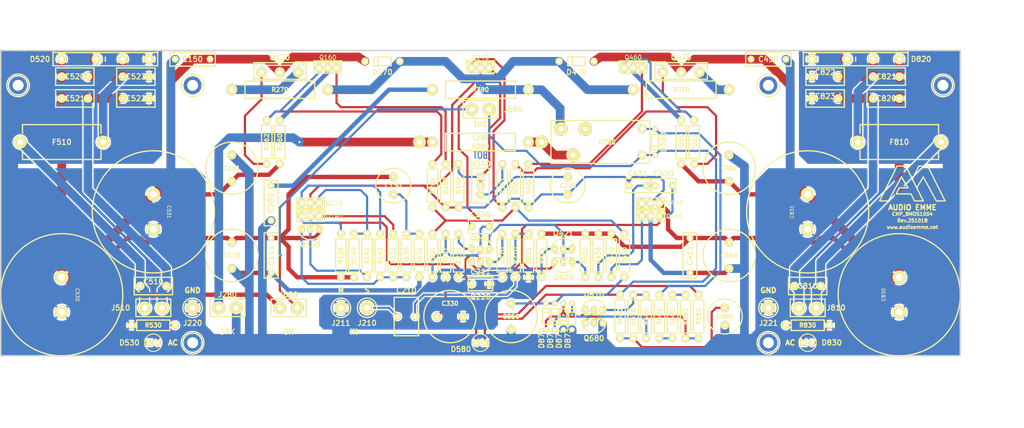
<source format=kicad_pcb>
(kicad_pcb (version 20221018) (generator pcbnew)
  (title_block (title "Amplificatore CMP_BMOS1004") (date "2 mar 2011") (rev "251006") (company "AUDIO EMME di Martinelli Michele"))
  (layers (0 "F.Cu" signal "Componente") (31 "B.Cu" signal "Rame") (34 "B.Paste" user) (35 "F.Paste" user) (36 "B.SilkS" user "B.Silkscreen") (37 "F.SilkS" user "F.Silkscreen") (38 "B.Mask" user) (39 "F.Mask" user) (44 "Edge.Cuts" user))
  (net 0 "")
  (net 1 "/Sheet01/+V")
  (net 2 "GND")
  (net 3 "Net-(C130-Pad2)")
  (net 4 "Net-(C210-Pad1)")
  (net 5 "Net-(C210-Pad2)")
  (net 6 "Net-(Q220-B)")
  (net 7 "/Sheet02/230")
  (net 8 "Net-(Q221-B)")
  (net 9 "/Sheet02/240")
  (net 10 "/Sheet02/340")
  (net 11 "Net-(C330-Pad1)")
  (net 12 "Net-(C380-Pad1)")
  (net 13 "/Sheet01/-V")
  (net 14 "Net-(C430-Pad1)")
  (net 15 "Net-(Q220-C)")
  (net 16 "Net-(J510-PM)")
  (net 17 "Net-(J510-P1)")
  (net 18 "Net-(C520-Pad1)")
  (net 19 "Net-(C660-Pad1)")
  (net 20 "Net-(J810-PM)")
  (net 21 "Net-(J810-P1)")
  (net 22 "Net-(C821-Pad2)")
  (net 23 "Net-(D870-K)")
  (net 24 "Net-(D280-A)")
  (net 25 "Net-(D280-K)")
  (net 26 "Net-(D530-K)")
  (net 27 "Net-(D580-K)")
  (net 28 "Net-(D830-A)")
  (net 29 "Net-(D870-A)")
  (net 30 "Net-(D871-K)")
  (net 31 "Net-(J280-P1)")
  (net 32 "Net-(J660-P1)")
  (net 34 "Net-(K280B-P)")
  (net 35 "Net-(Q120-E)")
  (net 36 "Net-(Q120-B)")
  (net 37 "Net-(Q120-C)")
  (net 38 "Net-(Q130-B)")
  (net 39 "Net-(Q130-C)")
  (net 40 "Net-(Q140-E)")
  (net 41 "Net-(Q140-B)")
  (net 42 "Net-(Q160-E)")
  (net 43 "Net-(Q160-B)")
  (net 44 "Net-(Q160-C)")
  (net 45 "Net-(Q170-PadD)")
  (net 46 "Net-(Q170-PadG)")
  (net 47 "Net-(Q220-E)")
  (net 48 "Net-(Q221-E)")
  (net 49 "Net-(Q221-C)")
  (net 50 "Net-(Q240-B)")
  (net 51 "Net-(Q420-E)")
  (net 52 "Net-(Q421-E)")
  (net 53 "Net-(Q440-E)")
  (net 54 "Net-(Q460-E)")
  (net 55 "Net-(Q460-B)")
  (net 56 "Net-(Q460-C)")
  (net 57 "Net-(Q470-PadD)")
  (net 58 "Net-(Q470-PadG)")
  (net 59 "Net-(Q680-B)")
  (net 60 "Net-(Q680-C)")
  (net 61 "Net-(Q870-C)")
  (net 62 "Net-(R340-Pad3)")
  (net 63 "Net-(R681-Pad1)")
  (net 64 "Net-(R682-Pad1)")
  (footprint "AM_Semiconductors:BJT_TO92" (layer "F.Cu") (at 208.28 130.175 180)
    (fp_text reference "Q220")
    (fp_text value "MPSA56" hide)
  )
  (footprint "AM_Semiconductors:BJT_TO92" (layer "F.Cu") (at 208.28 126.365)
    (fp_text reference "Q221")
    (fp_text value "MPSA56" hide)
  )
  (footprint "AM_Library:RES_CMF" (layer "F.Cu") (at 214.63 128.27 90)
    (fp_text reference "R220")
    (fp_text value "100" hide)
  )
  (footprint "AM_Library:RES_CMF" (layer "F.Cu") (at 201.93 128.27 90)
    (fp_text reference "R221")
    (fp_text value "100" hide)
  )
  (footprint "AM_Library:BJT_TO126" (layer "F.Cu") (at 158.75 116.84)
    (fp_text reference "Q120")
    (fp_text value "KSA1220")
  )
  (footprint "AM_Library:RES_CMF" (layer "F.Cu") (at 167.64 128.27 90)
    (fp_text reference "R120")
    (fp_text value "150" hide)
  )
  (footprint "AM_Library:RES_CMF" (layer "F.Cu") (at 182.88 128.27 90)
    (fp_text reference "R121")
    (fp_text value "1K" hide)
  )
  (footprint "AM_Semiconductors:BJT_TO92" (layer "F.Cu") (at 158.75 120.65 180)
    (fp_text reference "Q130")
    (fp_text value "2N5401" hide)
  )
  (footprint "AM_Library:RES_CMF" (layer "F.Cu") (at 186.69 128.27 90)
    (fp_text reference "R130")
    (fp_text value "10K" hide)
  )
  (footprint "AM_Library:RES_CMF" (layer "F.Cu") (at 190.5 128.27 -90)
    (fp_text reference "R131")
    (fp_text value "10K" hide)
  )
  (footprint "AM_Library:RES_CMF" (layer "F.Cu") (at 238.76 128.27 90)
    (fp_text reference "R420")
    (fp_text value "100" hide)
  )
  (footprint "AM_Library:RES_CMF" (layer "F.Cu") (at 226.06 128.27 90)
    (fp_text reference "R421")
    (fp_text value "100" hide)
  )
  (footprint "AM_Semiconductors:BJT_TO92" (layer "F.Cu") (at 232.41 130.175 180)
    (fp_text reference "Q420")
    (fp_text value "2N5551" hide)
  )
  (footprint "AM_Semiconductors:BJT_TO92" (layer "F.Cu") (at 232.41 126.365)
    (fp_text reference "Q421")
    (fp_text value "2N5551" hide)
  )
  (footprint "AM_Library:RES_CMF" (layer "F.Cu") (at 179.07 128.27 -90)
    (fp_text reference "R142")
    (fp_text value "1K" hide)
  )
  (footprint "AM_Library:RES_CMF" (layer "F.Cu") (at 175.26 128.27 -90)
    (fp_text reference "R141")
    (fp_text value "1K" hide)
  )
  (footprint "AM_Library:BJT_TO126" (layer "F.Cu") (at 158.75 113.03 180)
    (fp_text reference "Q140")
    (fp_text value "KSA1220")
  )
  (footprint "AM_Library:RES_CMF" (layer "F.Cu") (at 171.45 128.27 90)
    (fp_text reference "R140")
    (fp_text value "100" hide)
  )
  (footprint "AM_Library:RES_CMF" (layer "F.Cu") (at 198.12 128.27 -90)
    (fp_text reference "R231")
    (fp_text value "3.32K" hide)
  )
  (footprint "AM_Capacitors:CAP_D16x25LS75" (layer "F.Cu") (at 199.39 146.05)
    (fp_text reference "C330")
    (fp_text value "UES1H221" hide)
  )
  (footprint "AM_Library:RES_CMF" (layer "F.Cu") (at 194.31 128.27 -90)
    (fp_text reference "R230")
    (fp_text value "47.5K" hide)
  )
  (footprint "AM_Library:BJT_TO126" (layer "F.Cu") (at 257.81 116.84)
    (fp_text reference "Q440")
    (fp_text value "KSC2690")
  )
  (footprint "AM_Library:BJT_TO126" (layer "F.Cu") (at 257.81 113.03 180)
    (fp_text reference "Q441")
    (fp_text value "KSC2690")
  )
  (footprint "AM_Library:RES_CMF" (layer "F.Cu") (at 246.38 128.27 90)
    (fp_text reference "R440")
    (fp_text value "1K" hide)
  )
  (footprint "AM_Capacitors:CAP_07x5LS05" (layer "F.Cu") (at 261.62 107.95)
    (fp_text reference "C430")
    (fp_text value "FKP2-220" hide)
  )
  (footprint "AM_Capacitors:CAP_07x5LS05" (layer "F.Cu") (at 254 107.95)
    (fp_text reference "C431")
    (fp_text value "FKP2-4700" hide)
  )
  (footprint "AM_Library:BJT_TO126" (layer "F.Cu") (at 208.28 73.66)
    (fp_text reference "Q240")
    (fp_text value "KSC2690")
  )
  (footprint "AM_Library:RES_CMF" (layer "F.Cu") (at 201.93 107.95 90)
    (fp_text reference "R240")
    (fp_text value "2.21K" hide)
  )
  (footprint "AM_Library:RES_CMF" (layer "F.Cu") (at 214.63 107.95 -90)
    (fp_text reference "R341")
    (fp_text value "100" hide)
  )
  (footprint "AM_Library:RES_3296W" (layer "F.Cu") (at 208.28 107.95)
    (fp_text reference "R340")
    (fp_text value "3296W-1-102LF" hide)
  )
  (footprint "AM_Library:RES_CMF" (layer "F.Cu") (at 222.25 128.27 -90)
    (fp_text reference "R211")
    (fp_text value "47.5K" hide)
  )
  (footprint "AM_Library:RES_CMF" (layer "F.Cu") (at 218.44 128.27 -90)
    (fp_text reference "R210")
    (fp_text value "3.32K" hide)
  )
  (footprint "AM_Capacitors:CAP_07x5LS05" (layer "F.Cu") (at 208.28 136.525)
    (fp_text reference "C211")
    (fp_text value "FKP2-47" hide)
  )
  (footprint "AM_Capacitors:CAP_07x11LS05" (layer "F.Cu") (at 186.69 146.05)
    (fp_text reference "C210")
    (fp_text value "MKS2-10/50" hide)
  )
  (footprint "AM_Library:RES_CMF" (layer "F.Cu") (at 113.03 148.59 180)
    (fp_text reference "R530")
    (fp_text value "2.21K" hide)
  )
  (footprint "AM_Semiconductors:LED5" (layer "F.Cu") (at 113.03 153.67)
    (fp_text reference "D530")
    (fp_text value "HLMP-CB13" hide)
  )
  (footprint "AM_Semiconductors:REC_GSIB5S" (layer "F.Cu") (at 99.06 71.12)
    (fp_text reference "D520")
    (fp_text value "GSIB2540" hide)
  )
  (footprint "AM_Capacitors:CAP_10x5LS75" (layer "F.Cu") (at 90.17 76.2 180)
    (fp_text reference "C520")
    (fp_text value "MKP10-.01/630" hide)
  )
  (footprint "AM_Capacitors:CAP_10x5LS75" (layer "F.Cu") (at 107.95 76.2)
    (fp_text reference "C523")
    (fp_text value "MKP10-.01/630" hide)
  )
  (footprint "AM_Capacitors:CAP_10x5LS75" (layer "F.Cu") (at 107.95 82.55 180)
    (fp_text reference "C522")
    (fp_text value "MKP10-.01/630" hide)
  )
  (footprint "AM_Capacitors:CAP_10x5LS75" (layer "F.Cu") (at 90.17 82.55)
    (fp_text reference "C521")
    (fp_text value "MKP10-.01/630" hide)
  )
  (footprint "AM_Semiconductors:LED5" (layer "F.Cu") (at 303.53 153.67)
    (fp_text reference "D830")
    (fp_text value "HLMP-CB13" hide)
  )
  (footprint "AM_Library:RES_CMF" (layer "F.Cu") (at 303.53 148.59 180)
    (fp_text reference "R830")
    (fp_text value "2.21K" hide)
  )
  (footprint "AM_Semiconductors:REC_GSIB5S" (layer "F.Cu") (at 317.5 71.12)
    (fp_text reference "D820")
    (fp_text value "GSIB2540" hide)
  )
  (footprint "AM_Capacitors:CAP_10x5LS75" (layer "F.Cu") (at 326.39 82.55)
    (fp_text reference "C820")
    (fp_text value "MKP10-.01/630" hide)
  )
  (footprint "AM_Capacitors:CAP_10x5LS75" (layer "F.Cu") (at 308.61 82.55 180)
    (fp_text reference "C823")
    (fp_text value "MKP10-.01/630" hide)
  )
  (footprint "AM_Capacitors:CAP_10x5LS75" (layer "F.Cu") (at 308.61 76.2)
    (fp_text reference "C822")
    (fp_text value "MKP10-.01/630" hide)
  )
  (footprint "AM_Capacitors:CAP_10x5LS75" (layer "F.Cu") (at 326.39 76.2 180)
    (fp_text reference "C821")
    (fp_text value "MKP10-.01/630" hide)
  )
  (footprint "AM_Library:CAP_D35x30LS10" (layer "F.Cu") (at 86.36 139.7 -90)
    (fp_text reference "C530")
    (fp_text value "SLPX682M063")
  )
  (footprint "AM_Library:CAP_D35x30LS10" (layer "F.Cu") (at 113.03 115.57 -90)
    (fp_text reference "C531")
    (fp_text value "SLPX682M063")
  )
  (footprint "AM_Library:CAP_D35x30LS10" (layer "F.Cu") (at 330.2 139.7 90)
    (fp_text reference "C830")
    (fp_text value "SLPX682M063")
  )
  (footprint "AM_Library:CAP_D35x30LS10" (layer "F.Cu") (at 303.53 115.57 90)
    (fp_text reference "C831")
    (fp_text value "SLPX682M063")
  )
  (footprint "AM_Accessory:FUS_520101" (layer "F.Cu") (at 86.36 95.25)
    (fp_text reference "F510")
    (fp_text value "05200101Z" hide)
  )
  (footprint "AM_Accessory:FUS_520101" (layer "F.Cu") (at 330.2 95.25 180)
    (fp_text reference "F810")
    (fp_text value "05200101Z" hide)
  )
  (footprint "AM_Capacitors:CAP_10x5LS75" (layer "F.Cu") (at 303.53 137.16)
    (fp_text reference "C810")
    (fp_text value "MKP10-.01/630" hide)
  )
  (footprint "AM_Capacitors:CAP_10x5LS75" (layer "F.Cu") (at 113.03 137.16)
    (fp_text reference "C510")
    (fp_text value "MKP10-.01/630" hide)
  )
  (footprint "AM_Accessory:CON_2x508" (layer "F.Cu") (at 303.53 143.51 180)
    (fp_text reference "J810")
    (fp_text value "CONN_2" hide)
  )
  (footprint "AM_Accessory:CON_2x508" (layer "F.Cu") (at 113.03 143.51 180)
    (fp_text reference "J510")
    (fp_text value "CONN_2" hide)
  )
  (footprint "AM_Capacitors:CAP_D10x15LS05" (layer "F.Cu") (at 182.88 107.95 -90)
    (fp_text reference "C130")
    (fp_text value "UKZ1H470" hide)
  )
  (footprint "AM_Capacitors:CAP_D10x15LS05" (layer "F.Cu") (at 233.68 107.95 -90)
    (fp_text reference "C240")
    (fp_text value "UKZ1H470" hide)
  )
  (footprint "AM_Capacitors:CAP_07x5LS05" (layer "F.Cu") (at 208.28 119.888)
    (fp_text reference "C230")
    (fp_text value "PREVISTO" hide)
  )
  (footprint "AM_Capacitors:CAP_D16x25LS75" (layer "F.Cu") (at 135.89 128.27 -90)
    (fp_text reference "C110")
    (fp_text value "UKZ1H221" hide)
  )
  (footprint "AM_Capacitors:CAP_13x4LS10" (layer "F.Cu") (at 147.32 128.27 -90)
    (fp_text reference "C111")
    (fp_text value "MKS4-.1/250" hide)
  )
  (footprint "AM_Capacitors:CAP_13x4LS10" (layer "F.Cu") (at 269.24 128.27 90)
    (fp_text reference "C411")
    (fp_text value "MKS4-.1/250" hide)
  )
  (footprint "AM_Capacitors:CAP_D16x25LS75" (layer "F.Cu") (at 280.67 128.27 90)
    (fp_text reference "C410")
    (fp_text value "UKZ1H221" hide)
  )
  (footprint "AM_Accessory:CON_1A" (layer "F.Cu") (at 167.64 143.51)
    (fp_text reference "J211")
    (fp_text value "CONN_1" hide)
  )
  (footprint "AM_Accessory:CON_1A" (layer "F.Cu") (at 175.26 143.51)
    (fp_text reference "J210")
    (fp_text value "CONN_1" hide)
  )
  (footprint "AM_Library:RES_CMF" (layer "F.Cu") (at 242.57 128.27 90)
    (fp_text reference "R430")
    (fp_text value "47.5K" hide)
  )
  (footprint "AM_Library:RES_CMF" (layer "F.Cu") (at 198.12 107.95 -90)
    (fp_text reference "R150")
    (fp_text value "100" hide)
  )
  (footprint "AM_Library:RES_CMF" (layer "F.Cu") (at 222.25 107.95 -90)
    (fp_text reference "R450")
    (fp_text value "100" hide)
  )
  (footprint "AM_Library:BJT_TO126" (layer "F.Cu") (at 163.83 73.66)
    (fp_text reference "Q160")
    (fp_text value "KSC2690")
  )
  (footprint "AM_Library:BJT_TO126" (layer "F.Cu") (at 252.73 73.66)
    (fp_text reference "Q460")
    (fp_text value "KSA1220")
  )
  (footprint "AM_Library:RES_CMF" (layer "F.Cu") (at 194.31 107.95 -90)
    (fp_text reference "R261")
    (fp_text value "10" hide)
  )
  (footprint "AM_Library:RES_CMF" (layer "F.Cu") (at 218.44 107.95 90)
    (fp_text reference "R361")
    (fp_text value "10" hide)
  )
  (footprint "AM_Library:RES_CPF" (layer "F.Cu") (at 149.86 80.01)
    (fp_text reference "R270")
    (fp_text value "0.15" hide)
  )
  (footprint "AM_Library:RES_CPF" (layer "F.Cu") (at 266.7 80.01)
    (fp_text reference "R370")
    (fp_text value "0.15" hide)
  )
  (footprint "AM_Library:RES_CPF" (layer "F.Cu") (at 208.28 80.01 180)
    (fp_text reference "R380")
    (fp_text value "8.2" hide)
  )
  (footprint "AM_Capacitors:CAP_13x4LS10" (layer "F.Cu") (at 147.32 113.03 -90)
    (fp_text reference "C380")
    (fp_text value "MKS4-.1/250" hide)
  )
  (footprint "AM_Library:RES_CPF" (layer "F.Cu") (at 208.28 95.25)
    (fp_text reference "R280")
    (fp_text value "8.2" hide)
  )
  (footprint "AM_Inductances:IND_100" (layer "F.Cu") (at 208.28 95.25)
    (fp_text reference "L280")
    (fp_text value "0,4uH" hide)
  )
  (footprint "AM_Accessory:CON_2x508" (layer "F.Cu") (at 134.62 143.51)
    (fp_text reference "J280")
    (fp_text value "CONN_2" hide)
  )
  (footprint "AM_Capacitors:CAP_13x4LS10" (layer "F.Cu") (at 124.46 71.12 180)
    (fp_text reference "C150")
    (fp_text value "MKS4-.1/250" hide)
  )
  (footprint "AM_Capacitors:CAP_13x4LS10" (layer "F.Cu") (at 292.1 71.12 180)
    (fp_text reference "C450")
    (fp_text value "MKS4-.1/250" hide)
  )
  (footprint "AM_Semiconductors:REC_DO41" (layer "F.Cu") (at 179.705 71.755 180)
    (fp_text reference "D170")
    (fp_text value "1N4007" hide)
  )
  (footprint "AM_Semiconductors:REC_DO41" (layer "F.Cu") (at 236.22 71.755 180)
    (fp_text reference "D470")
    (fp_text value "1N4007" hide)
  )
  (footprint "AM_Accessory:CON_2x508" (layer "F.Cu") (at 208.28 85.725)
    (fp_text reference "J660")
    (fp_text value "CONN_2" hide)
  )
  (footprint "AM_Library:RES_CMF" (layer "F.Cu") (at 260.35 146.05 90)
    (fp_text reference "R681")
    (fp_text value "475" hide)
  )
  (footprint "AM_Library:RES_CMF" (layer "F.Cu") (at 264.16 146.05 -90)
    (fp_text reference "R682")
    (fp_text value "475" hide)
  )
  (footprint "AM_Library:RES_CMF" (layer "F.Cu") (at 267.97 146.05 90)
    (fp_text reference "R683")
    (fp_text value "475" hide)
  )
  (footprint "AM_Semiconductors:BJT_TO92" (layer "F.Cu") (at 241.3 147.955 180)
    (fp_text reference "Q680")
    (fp_text value "2N5551" hide)
  )
  (footprint "AM_Library:RES_CMF" (layer "F.Cu") (at 256.54 146.05 90)
    (fp_text reference "R680")
    (fp_text value "1K" hide)
  )
  (footprint "AM_Library:RES_CMF" (layer "F.Cu") (at 252.73 146.05 -90)
    (fp_text reference "R670")
    (fp_text value "10K" hide)
  )
  (footprint "AM_Library:RES_CMF" (layer "F.Cu") (at 248.92 146.05 90)
    (fp_text reference "R660")
    (fp_text value "100K" hide)
  )
  (footprint "AM_Capacitors:CAP_D10x15LS05" (layer "F.Cu") (at 279.4 146.05 -90)
    (fp_text reference "C660")
    (fp_text value "UVR1J221" hide)
  )
  (footprint "AM_Library:RES_CMF" (layer "F.Cu") (at 271.78 146.05 90)
    (fp_text reference "R580")
    (fp_text value "2.21k" hide)
  )
  (footprint "AM_Semiconductors:LED5" (layer "F.Cu") (at 208.28 153.67 180)
    (fp_text reference "D580")
    (fp_text value "HLMP-CB13" hide)
  )
  (footprint "AM_Library:RES_CMF" (layer "F.Cu") (at 250.19 128.27 90)
    (fp_text reference "R650")
    (fp_text value "10K" hide)
  )
  (footprint "AM_Capacitors:CAP_D16x25LS75" (layer "F.Cu") (at 217.17 146.05 -90)
    (fp_text reference "C850")
    (fp_text value "UVP1J221" hide)
  )
  (footprint "AM_Semiconductors:REC_DO35" (layer "F.Cu") (at 227.33 146.05 90)
    (fp_text reference "D870")
    (fp_text value "1N4148" hide)
  )
  (footprint "AM_Semiconductors:REC_DO35" (layer "F.Cu") (at 229.87 146.05 -90)
    (fp_text reference "D871")
    (fp_text value "1N4148" hide)
  )
  (footprint "AM_Semiconductors:REC_DO35" (layer "F.Cu") (at 232.41 146.05 -90)
    (fp_text reference "D872")
    (fp_text value "1N4148" hide)
  )
  (footprint "AM_Semiconductors:REC_DO35" (layer "F.Cu") (at 234.95 146.05 90)
    (fp_text reference "D873")
    (fp_text value "1N4148" hide)
  )
  (footprint "AM_Semiconductors:BJT_TO92" (layer "F.Cu") (at 241.3 144.145)
    (fp_text reference "Q870")
    (fp_text value "2N5551" hide)
  )
  (footprint "AM_Semiconductors:REC_DO35" (layer "F.Cu") (at 259.08 95.25 -90)
    (fp_text reference "D280")
    (fp_text value "1N4148" hide)
  )
  (footprint "AM_Accessory:Hole_32" (layer "F.Cu") (at 73.66 78.74)
    (fp_text reference "Hole_32" hide)
    (fp_text value "VAL**" hide)
  )
  (footprint "AM_Accessory:Hole_32" (layer "F.Cu") (at 124.46 78.74)
    (fp_text reference "Hole_32" hide)
    (fp_text value "VAL**" hide)
  )
  (footprint "AM_Accessory:Hole_32" (layer "F.Cu") (at 124.46 153.67)
    (fp_text reference "Hole_32" hide)
    (fp_text value "VAL**" hide)
  )
  (footprint "AM_Accessory:Hole_32" (layer "F.Cu") (at 292.1 78.74)
    (fp_text reference "Hole_32" hide)
    (fp_text value "VAL**" hide)
  )
  (footprint "AM_Accessory:Hole_32" (layer "F.Cu") (at 292.1 153.67)
    (fp_text reference "Hole_32" hide)
    (fp_text value "VAL**" hide)
  )
  (footprint "AM_Accessory:Hole_32" (layer "F.Cu") (at 342.9 78.74)
    (fp_text reference "Hole_32" hide)
    (fp_text value "VAL**" hide)
  )
  (footprint "AM_Accessory:AM_Logo" (layer "F.Cu") (at 334.01 112.395)
    (fp_text reference "AM_Logo" hide)
    (fp_text value "VAL**" hide)
  )
  (footprint "AM_Accessory:CON_2x508" (layer "F.Cu") (at 152.4 143.51)
    (fp_text reference "J680")
    (fp_text value "CONN_2" hide)
  )
  (footprint "AM_Capacitors:CAP_D16x25LS75" (layer "F.Cu") (at 280.67 102.87 -90)
    (fp_text reference "C451")
    (fp_text value "UKZ1H221" hide)
  )
  (footprint "AM_Library:RES_CMF" (layer "F.Cu") (at 149.86 95.25 90)
    (fp_text reference "R260")
    (fp_text value "100" hide)
  )
  (footprint "AM_Accessory:CON_1A" (layer "F.Cu") (at 124.46 143.51)
    (fp_text reference "J220")
    (fp_text value "CONN_1" hide)
  )
  (footprint "AM_Library:RES_CMF" (layer "F.Cu") (at 270.51 95.25 90)
    (fp_text reference "R362")
    (fp_text value "475" hide)
  )
  (footprint "AM_Relays:relay-RT-C%2fO12A3.5" (layer "F.Cu") (at 242.77828 95.21952 180)
    (fp_text reference "K280")
    (fp_text value "RT114024F" hide)
  )
  (footprint "AM_Capacitors:CAP_D16x25LS75" (layer "F.Cu") (at 135.89 102.87 90)
    (fp_text reference "C151")
    (fp_text value "UKZ1H221" hide)
  )
  (footprint "AM_Semiconductors:MOS_TO3P" (layer "F.Cu") (at 266.7 74.93)
    (fp_text reference "Q470")
    (fp_text value "2SK1058" hide)
  )
  (footprint "AM_Accessory:CON_1A" (layer "F.Cu") (at 292.1 143.51)
    (fp_text reference "J221")
    (fp_text value "CONN_1" hide)
  )
  (footprint "AM_Library:RES_CMF" (layer "F.Cu") (at 146.05 95.25 90)
    (fp_text reference "R262")
    (fp_text value "475" hide)
  )
  (footprint "AM_Library:RES_CMF" (layer "F.Cu") (at 266.7 95.25 -90)
    (fp_text reference "R360")
    (fp_text value "100" hide)
  )
  (footprint "AM_Semiconductors:MOS_TO3P" (layer "F.Cu") (at 149.86 74.93)
    (fp_text reference "Q170")
    (fp_text value "2SJ162" hide)
  )
  (gr_line (start 347.98 68.58) (end 347.98 157.48) (stroke (width 0.381)) (layer "Edge.Cuts"))
  (gr_line (start 68.58 157.48) (end 68.58 68.58) (stroke (width 0.381)) (layer "Edge.Cuts"))
  (gr_line (start 68.58 68.58) (end 347.98 68.58) (stroke (width 0.381)) (layer "Edge.Cuts"))
  (gr_line (start 347.98 157.48) (end 68.58 157.48) (stroke (width 0.381)) (layer "Edge.Cuts"))
  (gr_text "TOP" (at 86.36 151.13) (layer "F.Cu") (effects (font (size 2.032 1.524) (thickness 0.3048))))
  (gr_text "TOP" (at 330.2 151.13) (layer "F.Cu") (effects (font (size 2.032 1.524) (thickness 0.3048))))
  (gr_text "BOT" (at 208.28 99.06) (layer "B.Cu") (effects (font (size 2.032 1.524) (thickness 0.3048)) (justify mirror)))
  (gr_text "AC" (at 118.745 153.67) (layer "F.SilkS") (effects (font (size 1.50876 1.50876) (thickness 0.37592))))
  (gr_text "CMP_BMOS1004" (at 334.01 116.205) (layer "F.SilkS") (effects (font (size 1.00076 1.00076) (thickness 0.24892))))
  (gr_text "M" (at 167.64 138.43) (layer "F.SilkS") (effects (font (size 1.50876 1.50876) (thickness 0.37592))))
  (gr_text "www.audioemme.net" (at 334.01 120.015) (layer "F.SilkS") (effects (font (size 1.00076 1.00076) (thickness 0.24892))))
  (gr_text "AC" (at 298.45 153.67) (layer "F.SilkS") (effects (font (size 1.50876 1.50876) (thickness 0.37592))))
  (gr_text "S" (at 175.26 138.43) (layer "F.SilkS") (effects (font (size 1.50876 1.50876) (thickness 0.37592))))
  (gr_text "ON" (at 152.4 150.495) (layer "F.SilkS") (effects (font (size 1.50876 1.50876) (thickness 0.37592))))
  (gr_text "Rev.251018" (at 334.01 118.11) (layer "F.SilkS") (effects (font (size 1.00076 1.00076) (thickness 0.24892))))
  (gr_text "GND" (at 124.46 138.43) (layer "F.SilkS") (effects (font (size 1.50876 1.50876) (thickness 0.37592))))
  (gr_text "AUDIO EMME" (at 334.01 114.3) (layer "F.SilkS") (effects (font (size 1.50876 1.50876) (thickness 0.37592))))
  (gr_text "SPK" (at 134.62 150.495) (layer "F.SilkS") (effects (font (size 1.50876 1.50876) (thickness 0.301752) bold)))
  (gr_text "THR" (at 208.28 90.17) (layer "F.SilkS") (effects (font (size 1.50876 1.50876) (thickness 0.37592))))
  (gr_text "IN" (at 171.45 150.495) (layer "F.SilkS") (effects (font (size 1.50876 1.50876) (thickness 0.37592))))
  (gr_text "GND" (at 292.1 138.43) (layer "F.SilkS") (effects (font (size 1.50876 1.50876) (thickness 0.37592))))
  (segment (start 182.88 105.41) (end 157.48 105.41) (width 1.27) (layer "F.Cu") (net 1))
  (segment (start 160.02 123.19) (end 161.29 121.92) (width 1.27) (layer "F.Cu") (net 1))
  (segment (start 124.46 71.12) (end 118.11 77.47) (width 2.54) (layer "F.Cu") (net 1))
  (segment (start 152.4 125.73) (end 152.4 132.08) (width 1.27) (layer "F.Cu") (net 1))
  (segment (start 105.41 123.19) (end 93.98 134.62) (width 1.27) (layer "F.Cu") (net 1))
  (segment (start 129.54 71.12) (end 124.46 71.12) (width 2.54) (layer "F.Cu") (net 1))
  (segment (start 86.36 134.62) (end 86.36 82.55) (width 2.54) (layer "F.Cu") (net 1))
  (segment (start 158.75 123.19) (end 160.02 123.19) (width 1.27) (layer "F.Cu") (net 1))
  (segment (start 171.45 134.62) (end 167.64 134.62) (width 1.27) (layer "F.Cu") (net 1))
  (segment (start 118.11 77.47) (end 118.11 105.41) (width 2.54) (layer "F.Cu") (net 1))
  (segment (start 152.4 120.65) (end 149.86 123.19) (width 1.27) (layer "F.Cu") (net 1))
  (segment (start 152.4 110.49) (end 152.4 120.65) (width 1.27) (layer "F.Cu") (net 1))
  (segment (start 113.03 110.49) (end 132.08 110.49) (width 1.27) (layer "F.Cu") (net 1))
  (segment (start 135.89 124.46) (end 137.16 123.19) (width 1.27) (layer "F.Cu") (net 1))
  (segment (start 134.62 123.19) (end 116.84 123.19) (width 1.27) (layer "F.Cu") (net 1))
  (segment (start 146.685 104.775) (end 137.795 104.775) (width 1.27) (layer "F.Cu") (net 1))
  (segment (start 149.86 74.93) (end 146.05 71.12) (width 2.54) (layer "F.Cu") (net 1))
  (segment (start 172.72 70.485) (end 153.67 70.485) (width 2.54) (layer "F.Cu") (net 1))
  (segment (start 146.05 71.12) (end 129.54 71.12) (width 2.54) (layer "F.Cu") (net 1))
  (segment (start 118.11 105.41) (end 113.03 110.49) (width 2.54) (layer "F.Cu") (net 1))
  (segment (start 146.05 139.7) (end 149.86 143.51) (width 1.27) (layer "F.Cu") (net 1))
  (segment (start 149.86 101.6) (end 146.685 104.775) (width 1.27) (layer "F.Cu") (net 1))
  (segment (start 86.36 71.12) (end 86.36 76.2) (width 2.54) (layer "F.Cu") (net 1))
  (segment (start 132.08 110.49) (end 135.89 106.68) (width 1.27) (layer "F.Cu") (net 1))
  (segment (start 154.94 134.62) (end 152.4 132.08) (width 1.27) (layer "F.Cu") (net 1))
  (segment (start 105.41 153.67) (end 86.36 134.62) (width 0.635) (layer "F.Cu") (net 1))
  (segment (start 109.22 123.19) (end 110.49 124.46) (width 1.27) (layer "F.Cu") (net 1))
  (segment (start 137.795 104.775) (end 135.89 106.68) (width 1.27) (layer "F.Cu") (net 1))
  (segment (start 149.86 123.19) (end 154.94 123.19) (width 1.27) (layer "F.Cu") (net 1))
  (segment (start 157.48 105.41) (end 152.4 110.49) (width 1.27) (layer "F.Cu") (net 1))
  (segment (start 147.32 123.19) (end 149.86 123.19) (width 1.27) (layer "F.Cu") (net 1))
  (segment (start 110.49 124.46) (end 115.57 124.46) (width 1.27) (layer "F.Cu") (net 1))
  (segment (start 154.94 123.19) (end 158.75 123.19) (width 1.27) (layer "F.Cu") (net 1))
  (segment (start 149.86 123.19) (end 152.4 125.73) (width 1.27) (layer "F.Cu") (net 1))
  (segment (start 153.67 70.485) (end 149.86 74.93) (width 2.54) (layer "F.Cu") (net 1))
  (segment (start 154.94 134.62) (end 167.64 134.62) (width 1.27) (layer "F.Cu") (net 1))
  (segment (start 86.36 134.62) (end 88.9 134.62) (width 2.54) (layer "F.Cu") (net 1))
  (segment (start 88.9 134.62) (end 113.03 110.49) (width 2.54) (layer "F.Cu") (net 1))
  (segment (start 93.98 134.62) (end 99.06 139.7) (width 1.27) (layer "F.Cu") (net 1))
  (segment (start 115.57 124.46) (end 116.84 123.19) (width 1.27) (layer "F.Cu") (net 1))
  (segment (start 111.76 153.67) (end 105.41 153.67) (width 0.635) (layer "F.Cu") (net 1))
  (segment (start 109.22 123.19) (end 105.41 123.19) (width 1.27) (layer "F.Cu") (net 1))
  (segment (start 93.98 134.62) (end 86.36 134.62) (width 1.27) (layer "F.Cu") (net 1))
  (segment (start 161.29 121.92) (end 161.29 120.65) (width 1.27) (layer "F.Cu") (net 1))
  (segment (start 137.16 123.19) (end 147.32 123.19) (width 1.27) (layer "F.Cu") (net 1))
  (segment (start 135.89 124.46) (end 134.62 123.19) (width 1.27) (layer "F.Cu") (net 1))
  (segment (start 99.06 139.7) (end 146.05 139.7) (width 1.27) (layer "F.Cu") (net 1))
  (segment (start 172.72 70.485) (end 174.625 71.755) (width 2.54) (layer "F.Cu") (net 1))
  (segment (start 86.36 76.2) (end 86.36 82.55) (width 2.54) (layer "F.Cu") (net 1))
  (segment (start 269.24 133.35) (end 279.4 133.35) (width 1.27) (layer "F.Cu") (net 2))
  (segment (start 279.4 133.35) (end 280.67 132.08) (width 1.27) (layer "F.Cu") (net 2))
  (segment (start 137.16 133.35) (end 135.89 132.08) (width 1.27) (layer "F.Cu") (net 2))
  (segment (start 147.32 133.35) (end 137.16 133.35) (width 1.27) (layer "F.Cu") (net 2))
  (segment (start 280.67 99.06) (end 285.115 102.235) (width 2.54) (layer "B.Cu") (net 2))
  (segment (start 285.115 102.235) (end 285.115 132.08) (width 2.54) (layer "B.Cu") (net 2))
  (segment (start 297.18 71.12) (end 298.45 72.39) (width 2.54) (layer "B.Cu") (net 2))
  (segment (start 217.17 149.86) (end 217.17 152.4) (width 2.54) (layer "B.Cu") (net 2))
  (segment (start 190.5 134.62) (end 190.5 137.16) (width 1.27) (layer "B.Cu") (net 2))
  (segment (start 257.81 129.54) (end 261.62 133.35) (width 1.27) (layer "B.Cu") (net 2))
  (segment (start 137.16 143.51) (end 137.16 153.67) (width 2.54) (layer "B.Cu") (net 2))
  (segment (start 298.45 72.39) (end 298.45 105.41) (width 2.54) (layer "B.Cu") (net 2))
  (segment (start 135.89 132.08) (end 140.97 137.16) (width 2.54) (layer "B.Cu") (net 2))
  (segment (start 234.95 149.86) (end 234.95 152.4) (width 2.54) (layer "B.Cu") (net 2))
  (segment (start 144.78 120.65) (end 144.78 153.67) (width 2.54) (layer "B.Cu") (net 2))
  (segment (start 119.38 71.12) (end 118.11 72.39) (width 2.54) (layer "B.Cu") (net 2))
  (segment (start 261.62 133.35) (end 269.24 133.35) (width 1.27) (layer "B.Cu") (net 2))
  (segment (start 189.23 138.43) (end 152.4 138.43) (width 1.27) (layer "B.Cu") (net 2))
  (segment (start 140.97 137.16) (end 140.97 153.67) (width 2.54) (layer "B.Cu") (net 2))
  (segment (start 279.4 148.59) (end 279.4 153.67) (width 2.54) (layer "B.Cu") (net 2))
  (segment (start 232.41 149.86) (end 232.41 152.4) (width 2.54) (layer "B.Cu") (net 2))
  (segment (start 147.32 118.11) (end 144.78 120.65) (width 2.54) (layer "B.Cu") (net 2))
  (segment (start 285.115 132.08) (end 285.115 153.035) (width 2.54) (layer "B.Cu") (net 2))
  (segment (start 152.4 138.43) (end 147.32 133.35) (width 1.27) (layer "B.Cu") (net 2))
  (segment (start 118.11 72.39) (end 118.11 105.41) (width 2.54) (layer "B.Cu") (net 2))
  (segment (start 190.5 137.16) (end 189.23 138.43) (width 1.27) (layer "B.Cu") (net 2))
  (segment (start 257.81 116.84) (end 257.81 129.54) (width 1.27) (layer "B.Cu") (net 2))
  (segment (start 280.67 132.08) (end 285.115 132.08) (width 2.54) (layer "B.Cu") (net 2))
  (segment (start 243.84 147.955) (end 243.84 153.67) (width 2.54) (layer "B.Cu") (net 2))
  (segment (start 140.97 104.14) (end 135.89 99.06) (width 2.54) (layer "B.Cu") (net 2))
  (segment (start 140.97 137.16) (end 140.97 104.14) (width 2.54) (layer "B.Cu") (net 2))
  (segment (start 184.785 110.49) (end 186.69 112.395) (width 0.635) (layer "B.Cu") (net 3))
  (segment (start 186.69 112.395) (end 186.69 121.92) (width 0.635) (layer "B.Cu") (net 3))
  (segment (start 182.88 110.49) (end 184.785 110.49) (width 0.635) (layer "B.Cu") (net 3))
  (segment (start 186.69 121.92) (end 190.5 121.92) (width 0.635) (layer "B.Cu") (net 3))
  (segment (start 175.26 143.51) (end 181.61 143.51) (width 0.635) (layer "B.Cu") (net 4))
  (segment (start 181.61 143.51) (end 184.15 146.05) (width 0.635) (layer "B.Cu") (net 4))
  (segment (start 191.77 139.7) (end 215.9 139.7) (width 0.635) (layer "B.Cu") (net 5))
  (segment (start 189.23 146.05) (end 189.23 142.24) (width 0.635) (layer "B.Cu") (net 5))
  (segment (start 189.23 142.24) (end 191.77 139.7) (width 0.635) (layer "B.Cu") (net 5))
  (segment (start 218.44 137.16) (end 218.44 134.62) (width 0.635) (layer "B.Cu") (net 5))
  (segment (start 215.9 139.7) (end 218.44 137.16) (width 0.635) (layer "B.Cu") (net 5))
  (segment (start 203.835 129.54) (end 203.835 134.62) (width 0.635) (layer "F.Cu") (net 6))
  (segment (start 207.01 128.27) (end 205.105 128.27) (width 0.635) (layer "F.Cu") (net 6))
  (segment (start 208.28 129.54) (end 207.01 128.27) (width 0.635) (layer "F.Cu") (net 6))
  (segment (start 208.28 130.175) (end 208.28 129.54) (width 0.635) (layer "F.Cu") (net 6))
  (segment (start 205.105 128.27) (end 203.835 129.54) (width 0.635) (layer "F.Cu") (net 6))
  (segment (start 203.835 134.62) (end 205.74 136.525) (width 0.635) (layer "F.Cu") (net 6))
  (segment (start 218.44 130.81) (end 218.44 121.92) (width 0.635) (layer "B.Cu") (net 6))
  (segment (start 209.55 132.08) (end 217.17 132.08) (width 0.635) (layer "B.Cu") (net 6))
  (segment (start 208.28 130.81) (end 209.55 132.08) (width 0.635) (layer "B.Cu") (net 6))
  (segment (start 218.44 121.92) (end 222.25 121.92) (width 0.635) (layer "B.Cu") (net 6))
  (segment (start 217.17 132.08) (end 218.44 130.81) (width 0.635) (layer "B.Cu") (net 6))
  (segment (start 208.28 130.175) (end 208.28 130.81) (width 0.635) (layer "B.Cu") (net 6))
  (segment (start 194.31 114.3) (end 198.12 118.11) (width 0.635) (layer "F.Cu") (net 7))
  (segment (start 201.93 118.11) (end 198.12 118.11) (width 0.635) (layer "F.Cu") (net 7))
  (segment (start 204.47 82.55) (end 201.93 85.09) (width 0.635) (layer "F.Cu") (net 7))
  (segment (start 198.12 118.11) (end 194.31 121.92) (width 0.635) (layer "F.Cu") (net 7))
  (segment (start 208.28 118.11) (end 204.47 118.11) (width 0.635) (layer "F.Cu") (net 7))
  (segment (start 204.47 114.3) (end 204.47 99.695) (width 0.635) (layer "F.Cu") (net 7))
  (segment (start 208.28 118.11) (end 204.47 114.3) (width 0.635) (layer "F.Cu") (net 7))
  (segment (start 204.47 82.55) (end 208.28 78.74) (width 0.635) (layer "F.Cu") (net 7))
  (segment (start 201.93 85.09) (end 201.93 97.155) (width 0.635) (layer "F.Cu") (net 7))
  (segment (start 204.47 118.11) (end 201.93 118.11) (width 0.635) (layer "F.Cu") (net 7))
  (segment (start 201.93 97.155) (end 204.47 99.695) (width 0.635) (layer "F.Cu") (net 7))
  (segment (start 214.63 118.11) (end 218.44 114.3) (width 0.635) (layer "F.Cu") (net 7))
  (segment (start 208.28 118.11) (end 214.63 118.11) (width 0.635) (layer "F.Cu") (net 7))
  (segment (start 205.74 119.888) (end 204.47 118.11) (width 0.635) (layer "F.Cu") (net 7))
  (via (at 208.28 78.74) (size 1.143) (drill 0.3) (layers "F.Cu" "B.Cu") (net 7))
  (segment (start 209.55 80.01) (end 208.28 78.74) (width 2.54) (layer "B.Cu") (net 7))
  (segment (start 163.83 80.01) (end 176.53 80.01) (width 2.54) (layer "B.Cu") (net 7))
  (segment (start 250.19 121.92) (end 246.38 118.11) (width 0.635) (layer "B.Cu") (net 7))
  (segment (start 176.53 80.01) (end 184.785 71.755) (width 2.54) (layer "B.Cu") (net 7))
  (segment (start 231.4702 85.4202) (end 231.4702 91.47048) (width 2.54) (layer "B.Cu") (net 7))
  (segment (start 217.805 71.755) (end 231.14 71.755) (width 2.54) (layer "B.Cu") (net 7))
  (segment (start 208.28 78.74) (end 208.28 76.835) (width 2.54) (layer "B.Cu") (net 7))
  (segment (start 252.73 80.01) (end 239.395 80.01) (width 2.54) (layer "B.Cu") (net 7))
  (segment (start 222.25 80.01) (end 209.55 80.01) (width 2.54) (layer "B.Cu") (net 7))
  (segment (start 208.28 76.835) (end 213.36 76.835) (width 2.54) (layer "B.Cu") (net 7))
  (segment (start 213.36 76.835) (end 217.805 71.755) (width 2.54) (layer "B.Cu") (net 7))
  (segment (start 184.785 71.755) (end 198.12 71.755) (width 2.54) (layer "B.Cu") (net 7))
  (segment (start 222.25 118.11) (end 218.44 114.3) (width 0.635) (layer "B.Cu") (net 7))
  (segment (start 209.55 80.01) (end 226.06 80.01) (width 2.54) (layer "B.Cu") (net 7))
  (segment (start 239.395 80.01) (end 231.14 71.755) (width 2.54) (layer "B.Cu") (net 7))
  (segment (start 226.06 80.01) (end 231.4702 85.4202) (width 2.54) (layer "B.Cu") (net 7))
  (segment (start 203.2 76.835) (end 208.28 76.835) (width 2.54) (layer "B.Cu") (net 7))
  (segment (start 246.38 118.11) (end 222.25 118.11) (width 0.635) (layer "B.Cu") (net 7))
  (segment (start 208.28 78.74) (end 209.55 80.01) (width 2.54) (layer "B.Cu") (net 7))
  (segment (start 198.12 71.755) (end 203.2 76.835) (width 2.54) (layer "B.Cu") (net 7))
  (segment (start 210.82 119.888) (end 208.915 119.888) (width 0.635) (layer "B.Cu") (net 8))
  (segment (start 208.915 119.888) (end 208.28 120.65) (width 0.635) (layer "B.Cu") (net 8))
  (segment (start 198.12 127) (end 196.85 128.27) (width 0.635) (layer "B.Cu") (net 8))
  (segment (start 198.12 127) (end 198.12 121.92) (width 0.635) (layer "B.Cu") (net 8))
  (segment (start 207.01 128.27) (end 199.39 128.27) (width 0.635) (layer "B.Cu") (net 8))
  (segment (start 210.82 119.888) (end 210.82 120.015) (width 0.635) (layer "B.Cu") (net 8))
  (segment (start 208.28 122.555) (end 208.28 127) (width 0.635) (layer "B.Cu") (net 8))
  (segment (start 199.39 128.27) (end 198.12 127) (width 0.635) (layer "B.Cu") (net 8))
  (segment (start 208.28 127) (end 207.01 128.27) (width 0.635) (layer "B.Cu") (net 8))
  (segment (start 208.28 120.65) (end 208.28 126.365) (width 0.635) (layer "B.Cu") (net 8))
  (segment (start 208.28 126.365) (end 208.28 127) (width 0.635) (layer "B.Cu") (net 8))
  (segment (start 196.85 128.27) (end 195.58 128.27) (width 0.635) (layer "B.Cu") (net 8))
  (segment (start 198.12 127) (end 198.12 121.92) (width 0.635) (layer "B.Cu") (net 8))
  (segment (start 195.58 128.27) (end 194.31 129.54) (width 0.635) (layer "B.Cu") (net 8))
  (segment (start 194.31 129.54) (end 194.31 134.62) (width 0.635) (layer "B.Cu") (net 8))
  (segment (start 208.28 76.2) (end 208.28 73.66) (width 0.635) (layer "F.Cu") (net 9))
  (segment (start 201.93 114.3) (end 198.12 114.3) (width 0.635) (layer "F.Cu") (net 9))
  (segment (start 158.75 110.49) (end 161.29 107.95) (width 0.635) (layer "F.Cu") (net 9))
  (segment (start 200.025 103.505) (end 200.025 100.965) (width 0.635) (layer "F.Cu") (net 9))
  (segment (start 161.29 107.95) (end 195.58 107.95) (width 0.635) (layer "F.Cu") (net 9))
  (segment (start 158.75 113.03) (end 158.75 110.49) (width 0.635) (layer "F.Cu") (net 9))
  (segment (start 200.025 84.455) (end 200.025 100.965) (width 0.635) (layer "F.Cu") (net 9))
  (segment (start 208.28 76.2) (end 200.025 84.455) (width 0.635) (layer "F.Cu") (net 9))
  (segment (start 191.77 107.95) (end 198.12 114.3) (width 0.635) (layer "F.Cu") (net 9))
  (segment (start 200.025 100.965) (end 200.025 100.965) (width 0.635) (layer "F.Cu") (net 9))
  (segment (start 195.58 107.95) (end 200.025 103.505) (width 0.635) (layer "F.Cu") (net 9))
  (segment (start 218.44 105.41) (end 233.68 105.41) (width 0.635) (layer "B.Cu") (net 9))
  (segment (start 201.93 114.3) (end 209.55 114.3) (width 0.635) (layer "B.Cu") (net 9))
  (segment (start 209.55 114.3) (end 218.44 105.41) (width 0.635) (layer "B.Cu") (net 9))
  (segment (start 205.74 72.39) (end 207.01 71.12) (width 0.635) (layer "F.Cu") (net 10))
  (segment (start 212.09 99.695) (end 212.09 111.76) (width 0.635) (layer "F.Cu") (net 10))
  (segment (start 207.01 71.12) (end 212.09 71.12) (width 0.635) (layer "F.Cu") (net 10))
  (segment (start 215.265 74.295) (end 215.265 88.9) (width 0.635) (layer "F.Cu") (net 10))
  (segment (start 212.09 71.12) (end 213.36 72.39) (width 0.635) (layer "F.Cu") (net 10))
  (segment (start 205.74 72.39) (end 205.74 73.66) (width 0.635) (layer "F.Cu") (net 10))
  (segment (start 213.36 72.39) (end 215.265 74.295) (width 0.635) (layer "F.Cu") (net 10))
  (segment (start 212.09 92.075) (end 212.09 99.695) (width 0.635) (layer "F.Cu") (net 10))
  (segment (start 215.265 88.9) (end 212.09 92.075) (width 0.635) (layer "F.Cu") (net 10))
  (segment (start 214.63 114.3) (end 212.09 111.76) (width 0.635) (layer "F.Cu") (net 10))
  (segment (start 254 105.41) (end 252.73 105.41) (width 0.635) (layer "B.Cu") (net 10))
  (segment (start 251.46 106.68) (end 252.73 105.41) (width 0.635) (layer "B.Cu") (net 10))
  (segment (start 226.06 110.49) (end 233.68 110.49) (width 0.635) (layer "B.Cu") (net 10))
  (segment (start 214.63 114.3) (end 217.17 111.76) (width 0.635) (layer "B.Cu") (net 10))
  (segment (start 261.62 109.22) (end 260.35 110.49) (width 0.635) (layer "B.Cu") (net 10))
  (segment (start 222.25 114.3) (end 226.06 110.49) (width 0.635) (layer "B.Cu") (net 10))
  (segment (start 250.19 105.41) (end 238.76 105.41) (width 0.635) (layer "B.Cu") (net 10))
  (segment (start 254 105.41) (end 259.08 105.41) (width 0.635) (layer "B.Cu") (net 10))
  (segment (start 261.62 106.68) (end 261.62 109.22) (width 0.635) (layer "B.Cu") (net 10))
  (segment (start 260.35 105.41) (end 261.62 106.68) (width 0.635) (layer "B.Cu") (net 10))
  (segment (start 260.35 110.49) (end 257.81 113.03) (width 0.635) (layer "B.Cu") (net 10))
  (segment (start 251.46 106.68) (end 251.46 107.95) (width 0.635) (layer "B.Cu") (net 10))
  (segment (start 217.17 111.76) (end 219.71 111.76) (width 0.635) (layer "B.Cu") (net 10))
  (segment (start 250.19 105.41) (end 251.46 106.68) (width 0.635) (layer "B.Cu") (net 10))
  (segment (start 259.08 105.41) (end 260.35 105.41) (width 0.635) (layer "B.Cu") (net 10))
  (segment (start 219.71 111.76) (end 222.25 114.3) (width 0.635) (layer "B.Cu") (net 10))
  (segment (start 238.76 105.41) (end 233.68 110.49) (width 0.635) (layer "B.Cu") (net 10))
  (segment (start 198.12 143.51) (end 198.12 134.62) (width 0.635) (layer "F.Cu") (net 11))
  (segment (start 195.58 146.05) (end 198.12 143.51) (width 0.635) (layer "F.Cu") (net 11))
  (segment (start 181.61 80.01) (end 194.31 80.01) (width 1.27) (layer "B.Cu") (net 12))
  (segment (start 153.67 107.95) (end 181.61 80.01) (width 1.27) (layer "B.Cu") (net 12))
  (segment (start 147.32 107.95) (end 153.67 107.95) (width 1.27) (layer "B.Cu") (net 12))
  (segment (start 287.02 71.12) (end 290.83 71.12) (width 2.54) (layer "F.Cu") (net 13))
  (segment (start 330.2 71.12) (end 330.2 76.2) (width 2.54) (layer "F.Cu") (net 13))
  (segment (start 271.78 106.68) (end 280.67 106.68) (width 1.27) (layer "F.Cu") (net 13))
  (segment (start 238.76 121.92) (end 242.57 121.92) (width 1.27) (layer "F.Cu") (net 13))
  (segment (start 262.89 120.65) (end 262.89 115.57) (width 1.27) (layer "F.Cu") (net 13))
  (segment (start 311.15 123.19) (end 322.58 134.62) (width 1.27) (layer "F.Cu") (net 13))
  (segment (start 279.4 123.19) (end 269.24 123.19) (width 1.27) (layer "F.Cu") (net 13))
  (segment (start 300.99 124.46) (end 306.07 124.46) (width 1.27) (layer "F.Cu") (net 13))
  (segment (start 250.19 125.73) (end 266.7 125.73) (width 1.27) (layer "F.Cu") (net 13))
  (segment (start 262.89 115.57) (end 260.35 113.03) (width 1.27) (layer "F.Cu") (net 13))
  (segment (start 243.205 70.485) (end 262.89 70.485) (width 2.54) (layer "F.Cu") (net 13))
  (segment (start 281.94 123.19) (end 299.72 123.19) (width 1.27) (layer "F.Cu") (net 13))
  (segment (start 290.83 71.12) (end 298.45 78.74) (width 2.54) (layer "F.Cu") (net 13))
  (segment (start 241.3 71.755) (end 243.205 70.485) (width 2.54) (layer "F.Cu") (net 13))
  (segment (start 265.43 123.19) (end 262.89 120.65) (width 1.27) (layer "F.Cu") (net 13))
  (segment (start 287.02 71.12) (end 270.51 71.12) (width 2.54) (layer "F.Cu") (net 13))
  (segment (start 284.48 110.49) (end 280.67 106.68) (width 1.27) (layer "F.Cu") (net 13))
  (segment (start 304.8 153.67) (end 311.15 153.67) (width 0.635) (layer "F.Cu") (net 13))
  (segment (start 311.15 153.67) (end 330.2 134.62) (width 0.635) (layer "F.Cu") (net 13))
  (segment (start 280.67 124.46) (end 279.4 123.19) (width 1.27) (layer "F.Cu") (net 13))
  (segment (start 299.72 123.19) (end 300.99 124.46) (width 1.27) (layer "F.Cu") (net 13))
  (segment (start 298.45 78.74) (end 298.45 105.41) (width 2.54) (layer "F.Cu") (net 13))
  (segment (start 270.51 71.12) (end 266.7 74.93) (width 2.54) (layer "F.Cu") (net 13))
  (segment (start 322.58 134.62) (end 330.2 134.62) (width 1.27) (layer "F.Cu") (net 13))
  (segment (start 303.53 110.49) (end 284.48 110.49) (width 1.27) (layer "F.Cu") (net 13))
  (segment (start 306.07 124.46) (end 307.34 123.19) (width 1.27) (layer "F.Cu") (net 13))
  (segment (start 242.57 121.92) (end 246.38 121.92) (width 1.27) (layer "F.Cu") (net 13))
  (segment (start 269.24 123.19) (end 265.43 123.19) (width 1.27) (layer "F.Cu") (net 13))
  (segment (start 330.2 76.2) (end 330.2 82.55) (width 2.54) (layer "F.Cu") (net 13))
  (segment (start 298.45 105.41) (end 303.53 110.49) (width 2.54) (layer "F.Cu") (net 13))
  (segment (start 246.38 121.92) (end 250.19 125.73) (width 1.27) (layer "F.Cu") (net 13))
  (segment (start 226.06 121.92) (end 238.76 121.92) (width 1.27) (layer "F.Cu") (net 13))
  (segment (start 327.66 134.62) (end 303.53 110.49) (width 2.54) (layer "F.Cu") (net 13))
  (segment (start 266.7 101.6) (end 271.78 106.68) (width 1.27) (layer "F.Cu") (net 13))
  (segment (start 330.2 134.62) (end 327.66 134.62) (width 2.54) (layer "F.Cu") (net 13))
  (segment (start 307.34 123.19) (end 311.15 123.19) (width 1.27) (layer "F.Cu") (net 13))
  (segment (start 330.2 82.55) (end 330.2 134.62) (width 2.54) (layer "F.Cu") (net 13))
  (segment (start 262.89 70.485) (end 266.7 74.93) (width 2.54) (layer "F.Cu") (net 13))
  (segment (start 280.67 124.46) (end 281.94 123.19) (width 1.27) (layer "F.Cu") (net 13))
  (segment (start 266.7 125.73) (end 269.24 123.19) (width 1.27) (layer "F.Cu") (net 13))
  (segment (start 252.73 127) (end 252.73 110.49) (width 0.635) (layer "B.Cu") (net 14))
  (segment (start 251.46 128.27) (end 252.73 127) (width 0.635) (layer "B.Cu") (net 14))
  (segment (start 252.73 110.49) (end 252.73 109.22) (width 0.635) (layer "B.Cu") (net 14))
  (segment (start 242.57 134.62) (end 242.57 130.81) (width 0.635) (layer "B.Cu") (net 14))
  (segment (start 252.73 109.22) (end 254 107.95) (width 0.635) (layer "B.Cu") (net 14))
  (segment (start 254 107.95) (end 259.08 107.95) (width 0.635) (layer "B.Cu") (net 14))
  (segment (start 256.54 107.95) (end 259.08 107.95) (width 0.635) (layer "B.Cu") (net 14))
  (segment (start 242.57 130.81) (end 245.11 128.27) (width 0.635) (layer "B.Cu") (net 14))
  (segment (start 245.11 128.27) (end 251.46 128.27) (width 0.635) (layer "B.Cu") (net 14))
  (segment (start 229.87 130.81) (end 229.87 130.175) (width 0.635) (layer "F.Cu") (net 15))
  (segment (start 207.01 132.08) (end 218.44 132.08) (width 0.635) (layer "F.Cu") (net 15))
  (segment (start 220.345 120.65) (end 221.615 119.38) (width 0.635) (layer "F.Cu") (net 15))
  (segment (start 218.44 132.08) (end 220.345 130.175) (width 0.635) (layer "F.Cu") (net 15))
  (segment (start 220.345 130.175) (end 222.25 132.08) (width 0.635) (layer "F.Cu") (net 15))
  (segment (start 228.6 132.08) (end 229.87 130.81) (width 0.635) (layer "F.Cu") (net 15))
  (segment (start 221.615 119.38) (end 259.715 119.38) (width 0.635) (layer "F.Cu") (net 15))
  (segment (start 222.25 132.08) (end 228.6 132.08) (width 0.635) (layer "F.Cu") (net 15))
  (segment (start 260.35 118.745) (end 260.35 116.84) (width 0.635) (layer "F.Cu") (net 15))
  (segment (start 220.345 130.175) (end 220.345 120.65) (width 0.635) (layer "F.Cu") (net 15))
  (segment (start 205.74 130.81) (end 207.01 132.08) (width 0.635) (layer "F.Cu") (net 15))
  (segment (start 259.715 119.38) (end 260.35 118.745) (width 0.635) (layer "F.Cu") (net 15))
  (segment (start 205.74 130.175) (end 205.74 130.81) (width 0.635) (layer "F.Cu") (net 15))
  (segment (start 262.89 116.84) (end 260.35 116.84) (width 0.635) (layer "B.Cu") (net 15))
  (segment (start 264.16 115.57) (end 262.89 116.84) (width 0.635) (layer "B.Cu") (net 15))
  (segment (start 264.16 107.95) (end 264.16 115.57) (width 0.635) (layer "B.Cu") (net 15))
  (segment (start 110.49 143.51) (end 110.49 138.43) (width 2.54) (layer "B.Cu") (net 16))
  (segment (start 109.22 130.175) (end 74.295 95.25) (width 2.54) (layer "B.Cu") (net 16))
  (segment (start 110.49 138.43) (end 109.22 137.16) (width 2.54) (layer "B.Cu") (net 16))
  (segment (start 109.22 137.16) (end 109.22 130.175) (width 2.54) (layer "B.Cu") (net 16))
  (segment (start 104.14 82.55) (end 93.98 82.55) (width 2.54) (layer "F.Cu") (net 17))
  (segment (start 90.17 78.74) (end 90.17 73.66) (width 2.54) (layer "F.Cu") (net 17))
  (segment (start 92.71 71.12) (end 96.52 71.12) (width 2.54) (layer "F.Cu") (net 17))
  (segment (start 93.98 82.55) (end 90.17 78.74) (width 2.54) (layer "F.Cu") (net 17))
  (segment (start 90.17 73.66) (end 92.71 71.12) (width 2.54) (layer "F.Cu") (net 17))
  (segment (start 116.84 132.08) (end 93.98 109.22) (width 2.54) (layer "B.Cu") (net 17))
  (segment (start 115.57 143.51) (end 115.57 138.43) (width 2.54) (layer "B.Cu") (net 17))
  (segment (start 116.84 137.16) (end 116.84 132.08) (width 2.54) (layer "B.Cu") (net 17))
  (segment (start 93.98 109.22) (end 93.98 82.55) (width 2.54) (layer "B.Cu") (net 17))
  (segment (start 115.57 138.43) (end 116.84 137.16) (width 2.54) (layer "B.Cu") (net 17))
  (segment (start 104.14 76.2) (end 104.14 71.12) (width 2.54) (layer "F.Cu") (net 18))
  (segment (start 93.98 76.2) (end 104.14 76.2) (width 2.54) (layer "F.Cu") (net 18))
  (segment (start 98.425 95.25) (end 98.425 81.915) (width 2.54) (layer "B.Cu") (net 18))
  (segment (start 98.425 81.915) (end 104.14 76.2) (width 2.54) (layer "B.Cu") (net 18))
  (segment (start 275.59 153.67) (end 275.59 144.78) (width 0.635) (layer "F.Cu") (net 19))
  (segment (start 276.86 143.51) (end 279.4 143.51) (width 0.635) (layer "F.Cu") (net 19))
  (segment (start 274.32 154.94) (end 275.59 153.67) (width 0.635) (layer "F.Cu") (net 19))
  (segment (start 252.73 152.4) (end 255.27 154.94) (width 0.635) (layer "F.Cu") (net 19))
  (segment (start 255.27 154.94) (end 274.32 154.94) (width 0.635) (layer "F.Cu") (net 19))
  (segment (start 275.59 144.78) (end 276.86 143.51) (width 0.635) (layer "F.Cu") (net 19))
  (segment (start 248.92 152.4) (end 252.73 152.4) (width 0.635) (layer "B.Cu") (net 19))
  (segment (start 309.88 71.12) (end 308.61 72.39) (width 2.54) (layer "F.Cu") (net 20))
  (segment (start 314.96 71.12) (end 309.88 71.12) (width 2.54) (layer "F.Cu") (net 20))
  (segment (start 322.58 82.55) (end 312.42 82.55) (width 2.54) (layer "F.Cu") (net 20))
  (segment (start 308.61 78.74) (end 312.42 82.55) (width 2.54) (layer "F.Cu") (net 20))
  (segment (start 308.61 72.39) (end 308.61 78.74) (width 2.54) (layer "F.Cu") (net 20))
  (segment (start 300.99 143.51) (end 300.99 138.43) (width 2.54) (layer "B.Cu") (net 20))
  (segment (start 299.72 132.08) (end 322.58 109.22) (width 2.54) (layer "B.Cu") (net 20))
  (segment (start 299.72 137.16) (end 299.72 132.08) (width 2.54) (layer "B.Cu") (net 20))
  (segment (start 300.99 138.43) (end 299.72 137.16) (width 2.54) (layer "B.Cu") (net 20))
  (segment (start 322.58 109.22) (end 322.58 82.55) (width 2.54) (layer "B.Cu") (net 20))
  (segment (start 306.07 143.51) (end 306.07 138.43) (width 2.54) (layer "B.Cu") (net 21))
  (segment (start 306.07 138.43) (end 307.34 137.16) (width 2.54) (layer "B.Cu") (net 21))
  (segment (start 307.34 137.16) (end 307.34 130.175) (width 2.54) (layer "B.Cu") (net 21))
  (segment (start 307.34 130.175) (end 342.265 95.25) (width 2.54) (layer "B.Cu") (net 21))
  (segment (start 312.42 76.2) (end 322.58 76.2) (width 2.54) (layer "F.Cu") (net 22))
  (segment (start 322.58 76.2) (end 322.58 71.12) (width 2.54) (layer "F.Cu") (net 22))
  (segment (start 318.135 80.645) (end 322.58 76.2) (width 2.54) (layer "B.Cu") (net 22))
  (segment (start 318.135 95.25) (end 318.135 80.645) (width 2.54) (layer "B.Cu") (net 22))
  (segment (start 232.41 139.7) (end 229.87 142.24) (width 0.635) (layer "B.Cu") (net 23))
  (segment (start 245.11 139.7) (end 232.41 139.7) (width 0.635) (layer "B.Cu") (net 23))
  (segment (start 250.19 134.62) (end 245.11 139.7) (width 0.635) (layer "B.Cu") (net 23))
  (segment (start 227.33 142.24) (end 217.17 142.24) (width 0.635) (layer "B.Cu") (net 23))
  (segment (start 229.87 142.24) (end 227.33 142.24) (width 0.635) (layer "B.Cu") (net 23))
  (segment (start 260.35 139.7) (end 260.4135 139.7) (width 0.635) (layer "B.Cu") (net 24))
  (segment (start 271.78 92.71) (end 260.35 92.71) (width 0.635) (layer "B.Cu") (net 24))
  (segment (start 260.4135 139.7) (end 262.9535 137.16) (width 0.635) (layer "B.Cu") (net 24))
  (segment (start 255.37668 91.44) (end 255.1684 91.47048) (width 0.635) (layer "B.Cu") (net 24))
  (segment (start 259.08 91.44) (end 255.37668 91.44) (width 0.635) (layer "B.Cu") (net 24))
  (segment (start 273.685 137.16) (end 278.13 132.715) (width 0.635) (layer "B.Cu") (net 24))
  (segment (start 278.13 99.06) (end 271.78 92.71) (width 0.635) (layer "B.Cu") (net 24))
  (segment (start 278.13 132.715) (end 278.13 99.06) (width 0.635) (layer "B.Cu") (net 24))
  (segment (start 262.9535 137.16) (end 273.685 137.16) (width 0.635) (layer "B.Cu") (net 24))
  (segment (start 260.35 92.71) (end 259.08 91.44) (width 0.635) (layer "B.Cu") (net 24))
  (segment (start 220.345 146.685) (end 227.33 139.7) (width 0.635) (layer "F.Cu") (net 25))
  (segment (start 209.55 149.86) (end 212.725 146.685) (width 0.635) (layer "F.Cu") (net 25))
  (segment (start 209.55 153.67) (end 209.55 149.86) (width 0.635) (layer "F.Cu") (net 25))
  (segment (start 212.725 146.685) (end 220.345 146.685) (width 0.635) (layer "F.Cu") (net 25))
  (segment (start 227.33 139.7) (end 248.92 139.7) (width 0.635) (layer "F.Cu") (net 25))
  (segment (start 215.265 97.79) (end 221.615 97.79) (width 0.635) (layer "B.Cu") (net 25))
  (segment (start 259.04952 99.02952) (end 259.08 99.06) (width 0.635) (layer "B.Cu") (net 25))
  (segment (start 210.82 85.725) (end 210.82 93.345) (width 0.635) (layer "B.Cu") (net 25))
  (segment (start 255.1684 99.1616) (end 252.095 102.235) (width 0.635) (layer "B.Cu") (net 25))
  (segment (start 260.35 97.79) (end 259.08 99.06) (width 0.635) (layer "B.Cu") (net 25))
  (segment (start 210.82 93.345) (end 215.265 97.79) (width 0.635) (layer "B.Cu") (net 25))
  (segment (start 273.05 135.89) (end 276.86 132.08) (width 0.635) (layer "B.Cu") (net 25))
  (segment (start 274.32 97.79) (end 260.35 97.79) (width 0.635) (layer "B.Cu") (net 25))
  (segment (start 252.73 135.89) (end 273.05 135.89) (width 0.635) (layer "B.Cu") (net 25))
  (segment (start 248.92 139.7) (end 252.73 135.89) (width 0.635) (layer "B.Cu") (net 25))
  (segment (start 255.1684 99.02952) (end 255.1684 99.1616) (width 0.635) (layer "B.Cu") (net 25))
  (segment (start 226.06 102.235) (end 221.615 97.79) (width 0.635) (layer "B.Cu") (net 25))
  (segment (start 252.095 102.235) (end 226.06 102.235) (width 0.635) (layer "B.Cu") (net 25))
  (segment (start 255.1684 99.02952) (end 259.04952 99.02952) (width 0.635) (layer "B.Cu") (net 25))
  (segment (start 276.86 100.33) (end 274.32 97.79) (width 0.635) (layer "B.Cu") (net 25))
  (segment (start 276.86 132.08) (end 276.86 100.33) (width 0.635) (layer "B.Cu") (net 25))
  (segment (start 114.3 149.86) (end 114.3 153.67) (width 0.635) (layer "F.Cu") (net 26))
  (segment (start 119.38 148.59) (end 115.57 148.59) (width 0.635) (layer "F.Cu") (net 26))
  (segment (start 115.57 148.59) (end 114.3 149.86) (width 0.635) (layer "F.Cu") (net 26))
  (segment (start 207.01 153.67) (end 207.01 149.86) (width 0.635) (layer "F.Cu") (net 27))
  (segment (start 211.455 145.415) (end 219.075 145.415) (width 0.635) (layer "F.Cu") (net 27))
  (segment (start 219.075 145.415) (end 227.33 137.16) (width 0.635) (layer "F.Cu") (net 27))
  (segment (start 269.24 137.16) (end 271.78 139.7) (width 0.635) (layer "F.Cu") (net 27))
  (segment (start 227.33 137.16) (end 269.24 137.16) (width 0.635) (layer "F.Cu") (net 27))
  (segment (start 207.01 149.86) (end 211.455 145.415) (width 0.635) (layer "F.Cu") (net 27))
  (segment (start 302.26 149.86) (end 302.26 153.67) (width 0.635) (layer "F.Cu") (net 28))
  (segment (start 297.18 148.59) (end 300.99 148.59) (width 0.635) (layer "F.Cu") (net 28))
  (segment (start 300.99 148.59) (end 302.26 149.86) (width 0.635) (layer "F.Cu") (net 28))
  (segment (start 231.14 146.05) (end 232.41 144.78) (width 0.635) (layer "F.Cu") (net 29))
  (segment (start 232.41 144.78) (end 232.41 142.24) (width 0.635) (layer "F.Cu") (net 29))
  (segment (start 227.33 149.86) (end 227.33 147.32) (width 0.635) (layer "F.Cu") (net 29))
  (segment (start 237.49 146.05) (end 238.76 144.78) (width 0.635) (layer "F.Cu") (net 29))
  (segment (start 228.6 146.05) (end 231.14 146.05) (width 0.635) (layer "F.Cu") (net 29))
  (segment (start 232.41 144.78) (end 233.68 146.05) (width 0.635) (layer "F.Cu") (net 29))
  (segment (start 238.76 144.78) (end 238.76 144.145) (width 0.635) (layer "F.Cu") (net 29))
  (segment (start 227.33 147.32) (end 228.6 146.05) (width 0.635) (layer "F.Cu") (net 29))
  (segment (start 233.68 146.05) (end 237.49 146.05) (width 0.635) (layer "F.Cu") (net 29))
  (segment (start 241.3 144.78) (end 241.3 144.145) (width 0.635) (layer "B.Cu") (net 30))
  (segment (start 231.14 146.05) (end 229.87 147.32) (width 0.635) (layer "B.Cu") (net 30))
  (segment (start 229.87 147.32) (end 229.87 149.86) (width 0.635) (layer "B.Cu") (net 30))
  (segment (start 234.95 144.78) (end 236.22 146.05) (width 0.635) (layer "B.Cu") (net 30))
  (segment (start 233.68 146.05) (end 231.14 146.05) (width 0.635) (layer "B.Cu") (net 30))
  (segment (start 234.95 144.78) (end 233.68 146.05) (width 0.635) (layer "B.Cu") (net 30))
  (segment (start 240.03 146.05) (end 241.3 144.78) (width 0.635) (layer "B.Cu") (net 30))
  (segment (start 236.22 146.05) (end 240.03 146.05) (width 0.635) (layer "B.Cu") (net 30))
  (segment (start 234.95 144.78) (end 234.95 142.24) (width 0.635) (layer "B.Cu") (net 30))
  (segment (start 194.31 95.25) (end 190.5 95.25) (width 2.54) (layer "F.Cu") (net 31))
  (segment (start 190.5 95.25) (end 155.575 95.25) (width 2.54) (layer "F.Cu") (net 31))
  (via (at 155.575 95.25) (size 2.54) (drill 0.635) (layers "F.Cu" "B.Cu") (net 31))
  (via (at 155.575 95.25) (size 0.6) (drill 0.3) (layers "F.Cu" "B.Cu") (net 31))
  (via (at 155.575 95.25) (size 0.6) (drill 0.3) (layers "F.Cu" "B.Cu") (net 31))
  (segment (start 132.08 143.51) (end 132.08 97.155) (width 2.54) (layer "B.Cu") (net 31))
  (segment (start 153.67 93.98) (end 155.575 95.25) (width 2.54) (layer "B.Cu") (net 31))
  (segment (start 132.08 97.155) (end 135.255 93.98) (width 2.54) (layer "B.Cu") (net 31))
  (segment (start 135.255 93.98) (end 153.67 93.98) (width 2.54) (layer "B.Cu") (net 31))
  (segment (start 149.86 128.27) (end 149.86 138.43) (width 0.635) (layer "F.Cu") (net 32))
  (segment (start 149.86 138.43) (end 154.94 143.51) (width 0.635) (layer "F.Cu") (net 32))
  (via (at 149.86 128.27) (size 1.143) (drill 0.3) (layers "F.Cu" "B.Cu") (net 32))
  (segment (start 149.86 114.3) (end 149.86 128.27) (width 0.635) (layer "B.Cu") (net 32))
  (segment (start 178.435 85.725) (end 149.86 114.3) (width 0.635) (layer "B.Cu") (net 32))
  (segment (start 205.74 85.725) (end 178.435 85.725) (width 0.635) (layer "B.Cu") (net 32))
  (segment (start 235.01096 99.02952) (end 229.83952 99.02952) (width 2.54) (layer "F.Cu") (net 34))
  (segment (start 229.83952 99.02952) (end 226.06 95.25) (width 2.54) (layer "F.Cu") (net 34))
  (segment (start 226.06 95.25) (end 222.25 95.25) (width 2.54) (layer "F.Cu") (net 34))
  (segment (start 167.005 118.745) (end 167.64 119.38) (width 0.635) (layer "B.Cu") (net 35))
  (segment (start 167.64 119.38) (end 167.64 121.92) (width 0.635) (layer "B.Cu") (net 35))
  (segment (start 156.845 118.745) (end 167.005 118.745) (width 0.635) (layer "B.Cu") (net 35))
  (segment (start 156.21 116.84) (end 156.21 118.11) (width 0.635) (layer "B.Cu") (net 35))
  (segment (start 156.21 118.11) (end 156.845 118.745) (width 0.635) (layer "B.Cu") (net 35))
  (segment (start 161.29 116.84) (end 180.34 116.84) (width 0.635) (layer "F.Cu") (net 36))
  (segment (start 182.88 119.38) (end 182.88 121.92) (width 0.635) (layer "F.Cu") (net 36))
  (segment (start 180.34 116.84) (end 182.88 119.38) (width 0.635) (layer "F.Cu") (net 36))
  (segment (start 159.385 118.745) (end 179.705 118.745) (width 0.635) (layer "F.Cu") (net 37))
  (segment (start 182.245 130.81) (end 200.66 130.81) (width 0.635) (layer "F.Cu") (net 37))
  (segment (start 179.705 118.745) (end 180.975 120.015) (width 0.635) (layer "F.Cu") (net 37))
  (segment (start 201.93 132.08) (end 201.93 134.62) (width 0.635) (layer "F.Cu") (net 37))
  (segment (start 158.75 118.11) (end 159.385 118.745) (width 0.635) (layer "F.Cu") (net 37))
  (segment (start 180.975 120.015) (end 180.975 129.54) (width 0.635) (layer "F.Cu") (net 37))
  (segment (start 200.66 130.81) (end 201.93 132.08) (width 0.635) (layer "F.Cu") (net 37))
  (segment (start 180.975 129.54) (end 182.245 130.81) (width 0.635) (layer "F.Cu") (net 37))
  (segment (start 158.75 116.84) (end 158.75 118.11) (width 0.635) (layer "F.Cu") (net 37))
  (segment (start 201.93 134.62) (end 214.63 134.62) (width 0.635) (layer "B.Cu") (net 37))
  (segment (start 175.26 134.62) (end 173.355 132.715) (width 0.635) (layer "B.Cu") (net 38))
  (segment (start 158.75 130.81) (end 158.75 120.65) (width 0.635) (layer "B.Cu") (net 38))
  (segment (start 160.655 132.715) (end 158.75 130.81) (width 0.635) (layer "B.Cu") (net 38))
  (segment (start 173.355 132.715) (end 160.655 132.715) (width 0.635) (layer "B.Cu") (net 38))
  (segment (start 179.07 134.62) (end 177.165 136.525) (width 0.635) (layer "B.Cu") (net 39))
  (segment (start 156.21 134.62) (end 156.21 120.65) (width 0.635) (layer "B.Cu") (net 39))
  (segment (start 182.88 134.62) (end 179.07 134.62) (width 0.635) (layer "B.Cu") (net 39))
  (segment (start 158.115 136.525) (end 156.21 134.62) (width 0.635) (layer "B.Cu") (net 39))
  (segment (start 186.69 134.62) (end 182.88 134.62) (width 0.635) (layer "B.Cu") (net 39))
  (segment (start 177.165 136.525) (end 158.115 136.525) (width 0.635) (layer "B.Cu") (net 39))
  (segment (start 161.29 111.125) (end 161.29 113.03) (width 0.635) (layer "B.Cu") (net 40))
  (segment (start 173.355 109.22) (end 163.195 109.22) (width 0.635) (layer "B.Cu") (net 40))
  (segment (start 175.26 111.125) (end 173.355 109.22) (width 0.635) (layer "B.Cu") (net 40))
  (segment (start 175.26 121.92) (end 175.26 111.125) (width 0.635) (layer "B.Cu") (net 40))
  (segment (start 163.195 109.22) (end 161.29 111.125) (width 0.635) (layer "B.Cu") (net 40))
  (segment (start 171.45 121.92) (end 175.26 121.92) (width 0.635) (layer "B.Cu") (net 40))
  (segment (start 177.165 107.95) (end 179.07 109.855) (width 0.635) (layer "B.Cu") (net 41))
  (segment (start 156.21 113.03) (end 156.21 109.855) (width 0.635) (layer "B.Cu") (net 41))
  (segment (start 156.21 109.855) (end 158.115 107.95) (width 0.635) (layer "B.Cu") (net 41))
  (segment (start 179.07 109.855) (end 179.07 121.92) (width 0.635) (layer "B.Cu") (net 41))
  (segment (start 158.115 107.95) (end 177.165 107.95) (width 0.635) (layer "B.Cu") (net 41))
  (segment (start 195.58 86.36) (end 148.59 86.36) (width 0.635) (layer "F.Cu") (net 42))
  (segment (start 194.31 101.6) (end 196.85 98.777778) (width 0.635) (layer "F.Cu") (net 42))
  (segment (start 196.85 98.777778) (end 196.85 87.63) (width 0.635) (layer "F.Cu") (net 42))
  (segment (start 196.85 87.63) (end 195.58 86.36) (width 0.635) (layer "F.Cu") (net 42))
  (segment (start 148.59 86.36) (end 146.05 88.9) (width 0.635) (layer "F.Cu") (net 42))
  (segment (start 161.29 74.93) (end 149.86 86.36) (width 0.635) (layer "B.Cu") (net 42))
  (segment (start 161.29 73.66) (end 161.29 74.93) (width 0.635) (layer "B.Cu") (net 42))
  (segment (start 148.59 86.36) (end 146.05 88.9) (width 0.635) (layer "B.Cu") (net 42))
  (segment (start 149.86 86.36) (end 148.59 86.36) (width 0.635) (layer "B.Cu") (net 42))
  (segment (start 166.37 83.82) (end 167.64 85.09) (width 0.635) (layer "F.Cu") (net 43))
  (segment (start 198.12 86.36) (end 198.12 101.6) (width 0.635) (layer "F.Cu") (net 43))
  (segment (start 196.85 85.09) (end 198.12 86.36) (width 0.635) (layer "F.Cu") (net 43))
  (segment (start 167.64 85.09) (end 196.85 85.09) (width 0.635) (layer "F.Cu") (net 43))
  (segment (start 166.37 73.66) (end 166.37 83.82) (width 0.635) (layer "F.Cu") (net 43))
  (segment (start 163.83 74.93) (end 149.86 88.9) (width 1.27) (layer "B.Cu") (net 44))
  (segment (start 163.83 73.66) (end 163.83 74.93) (width 1.27) (layer "B.Cu") (net 44))
  (segment (start 135.89 80.01) (end 150.114 80.01) (width 2.54) (layer "B.Cu") (net 45))
  (segment (start 150.114 80.01) (end 155.194 74.93) (width 2.54) (layer "B.Cu") (net 45))
  (segment (start 144.526 82.804) (end 139.7 87.63) (width 0.635) (layer "F.Cu") (net 46))
  (segment (start 139.7 99.06) (end 142.24 101.6) (width 0.635) (layer "F.Cu") (net 46))
  (segment (start 144.526 74.93) (end 144.526 82.804) (width 0.635) (layer "F.Cu") (net 46))
  (segment (start 142.24 101.6) (end 146.05 101.6) (width 0.635) (layer "F.Cu") (net 46))
  (segment (start 139.7 87.63) (end 139.7 99.06) (width 0.635) (layer "F.Cu") (net 46))
  (segment (start 214.63 128.27) (end 214.63 121.92) (width 0.635) (layer "B.Cu") (net 47))
  (segment (start 212.725 130.175) (end 214.63 128.27) (width 0.635) (layer "B.Cu") (net 47))
  (segment (start 210.82 130.175) (end 212.725 130.175) (width 0.635) (layer "B.Cu") (net 47))
  (segment (start 201.93 124.46) (end 201.93 121.92) (width 0.635) (layer "B.Cu") (net 48))
  (segment (start 205.74 126.365) (end 203.835 126.365) (width 0.635) (layer "B.Cu") (net 48))
  (segment (start 203.835 126.365) (end 201.93 124.46) (width 0.635) (layer "B.Cu") (net 48))
  (segment (start 213.995 119.38) (end 210.82 122.555) (width 0.635) (layer "B.Cu") (net 49))
  (segment (start 232.41 126.365) (end 234.95 126.365) (width 0.635) (layer "B.Cu") (net 49))
  (segment (start 232.41 130.175) (end 232.41 126.365) (width 0.635) (layer "B.Cu") (net 49))
  (segment (start 232.41 121.92) (end 229.87 119.38) (width 0.635) (layer "B.Cu") (net 49))
  (segment (start 210.82 122.555) (end 210.82 126.365) (width 0.635) (layer "B.Cu") (net 49))
  (segment (start 232.41 126.365) (end 232.41 121.92) (width 0.635) (layer "B.Cu") (net 49))
  (segment (start 229.87 119.38) (end 213.995 119.38) (width 0.635) (layer "B.Cu") (net 49))
  (segment (start 210.82 102.87) (end 210.82 91.44) (width 0.635) (layer "F.Cu") (net 50))
  (segment (start 208.28 105.41) (end 210.82 102.87) (width 0.635) (layer "F.Cu") (net 50))
  (segment (start 213.995 88.265) (end 213.995 76.835) (width 0.635) (layer "F.Cu") (net 50))
  (segment (start 208.28 105.41) (end 208.28 107.95) (width 0.635) (layer "F.Cu") (net 50))
  (segment (start 210.82 91.44) (end 213.995 88.265) (width 0.635) (layer "F.Cu") (net 50))
  (segment (start 213.995 76.835) (end 210.82 73.66) (width 0.635) (layer "F.Cu") (net 50))
  (segment (start 208.28 105.41) (end 203.2 105.41) (width 0.635) (layer "B.Cu") (net 50))
  (segment (start 203.2 105.41) (end 201.93 104.14) (width 0.635) (layer "B.Cu") (net 50))
  (segment (start 201.93 104.14) (end 201.93 101.6) (width 0.635) (layer "B.Cu") (net 50))
  (segment (start 234.95 130.175) (end 236.855 130.175) (width 0.635) (layer "B.Cu") (net 51))
  (segment (start 238.76 132.08) (end 238.76 134.62) (width 0.635) (layer "B.Cu") (net 51))
  (segment (start 236.855 130.175) (end 238.76 132.08) (width 0.635) (layer "B.Cu") (net 51))
  (segment (start 226.06 134.62) (end 226.06 128.27) (width 0.635) (layer "B.Cu") (net 52))
  (segment (start 226.06 128.27) (end 227.965 126.365) (width 0.635) (layer "B.Cu") (net 52))
  (segment (start 227.965 126.365) (end 229.87 126.365) (width 0.635) (layer "B.Cu") (net 52))
  (segment (start 255.27 116.84) (end 255.27 129.54) (width 0.635) (layer "B.Cu") (net 53))
  (segment (start 254 130.81) (end 247.65 130.81) (width 0.635) (layer "B.Cu") (net 53))
  (segment (start 255.27 113.03) (end 255.27 116.84) (width 0.635) (layer "B.Cu") (net 53))
  (segment (start 246.38 132.08) (end 246.38 134.62) (width 0.635) (layer "B.Cu") (net 53))
  (segment (start 255.27 129.54) (end 254 130.81) (width 0.635) (layer "B.Cu") (net 53))
  (segment (start 247.65 130.81) (end 246.38 132.08) (width 0.635) (layer "B.Cu") (net 53))
  (segment (start 218.44 101.6) (end 220.98 104.14) (width 0.635) (layer "F.Cu") (net 54))
  (segment (start 224.79 102.87) (end 240.03 102.87) (width 0.635) (layer "F.Cu") (net 54))
  (segment (start 220.98 104.14) (end 223.52 104.14) (width 0.635) (layer "F.Cu") (net 54))
  (segment (start 267.97 86.36) (end 270.51 88.9) (width 0.635) (layer "F.Cu") (net 54))
  (segment (start 256.54 86.36) (end 267.97 86.36) (width 0.635) (layer "F.Cu") (net 54))
  (segment (start 223.52 104.14) (end 224.79 102.87) (width 0.635) (layer "F.Cu") (net 54))
  (segment (start 240.03 102.87) (end 256.54 86.36) (width 0.635) (layer "F.Cu") (net 54))
  (segment (start 257.81 77.47) (end 266.7 86.36) (width 0.635) (layer "B.Cu") (net 54))
  (segment (start 266.7 86.36) (end 267.97 86.36) (width 0.635) (layer "B.Cu") (net 54))
  (segment (start 256.54 71.12) (end 257.81 72.39) (width 0.635) (layer "B.Cu") (net 54))
  (segment (start 251.46 71.12) (end 256.54 71.12) (width 0.635) (layer "B.Cu") (net 54))
  (segment (start 250.19 72.39) (end 251.46 71.12) (width 0.635) (layer "B.Cu") (net 54))
  (segment (start 250.19 73.66) (end 250.19 72.39) (width 0.635) (layer "B.Cu") (net 54))
  (segment (start 267.97 86.36) (end 270.51 88.9) (width 0.635) (layer "B.Cu") (net 54))
  (segment (start 257.81 72.39) (end 257.81 77.47) (width 0.635) (layer "B.Cu") (net 54))
  (segment (start 255.27 86.36) (end 240.03 101.6) (width 0.635) (layer "F.Cu") (net 55))
  (segment (start 240.03 101.6) (end 222.25 101.6) (width 0.635) (layer "F.Cu") (net 55))
  (segment (start 255.27 73.66) (end 255.27 86.36) (width 0.635) (layer "F.Cu") (net 55))
  (segment (start 252.73 73.66) (end 252.73 74.93) (width 1.27) (layer "B.Cu") (net 56))
  (segment (start 252.73 74.93) (end 266.7 88.9) (width 1.27) (layer "B.Cu") (net 56))
  (segment (start 280.67 80.01) (end 277.114 80.01) (width 2.54) (layer "B.Cu") (net 57))
  (segment (start 277.114 80.01) (end 272.034 74.93) (width 2.54) (layer "B.Cu") (net 57))
  (segment (start 261.366 81.026) (end 265.43 85.09) (width 0.635) (layer "F.Cu") (net 58))
  (segment (start 265.43 85.09) (end 274.32 85.09) (width 0.635) (layer "F.Cu") (net 58))
  (segment (start 274.32 85.09) (end 276.86 87.63) (width 0.635) (layer "F.Cu") (net 58))
  (segment (start 261.366 74.93) (end 261.366 81.026) (width 0.635) (layer "F.Cu") (net 58))
  (segment (start 276.86 99.06) (end 274.32 101.6) (width 0.635) (layer "F.Cu") (net 58))
  (segment (start 274.32 101.6) (end 270.51 101.6) (width 0.635) (layer "F.Cu") (net 58))
  (segment (start 276.86 87.63) (end 276.86 99.06) (width 0.635) (layer "F.Cu") (net 58))
  (segment (start 241.3 147.32) (end 242.57 146.05) (width 0.635) (layer "B.Cu") (net 59))
  (segment (start 256.54 147.32) (end 256.54 152.4) (width 0.635) (layer "B.Cu") (net 59))
  (segment (start 241.3 147.955) (end 241.3 147.32) (width 0.635) (layer "B.Cu") (net 59))
  (segment (start 255.27 146.05) (end 256.54 147.32) (width 0.635) (layer "B.Cu") (net 59))
  (segment (start 242.57 146.05) (end 255.27 146.05) (width 0.635) (layer "B.Cu") (net 59))
  (segment (start 238.76 147.32) (end 240.03 146.05) (width 0.635) (layer "F.Cu") (net 60))
  (segment (start 240.03 146.05) (end 266.7 146.05) (width 0.635) (layer "F.Cu") (net 60))
  (segment (start 266.7 146.05) (end 267.97 147.32) (width 0.635) (layer "F.Cu") (net 60))
  (segment (start 267.97 147.32) (end 267.97 152.4) (width 0.635) (layer "F.Cu") (net 60))
  (segment (start 238.76 147.955) (end 238.76 147.32) (width 0.635) (layer "F.Cu") (net 60))
  (segment (start 267.97 152.4) (end 271.78 152.4) (width 0.635) (layer "B.Cu") (net 60))
  (segment (start 250.825 144.145) (end 252.73 142.24) (width 0.635) (layer "B.Cu") (net 61))
  (segment (start 252.73 142.24) (end 252.73 139.7) (width 0.635) (layer "B.Cu") (net 61))
  (segment (start 243.84 144.145) (end 250.825 144.145) (width 0.635) (layer "B.Cu") (net 61))
  (segment (start 252.73 139.7) (end 256.54 139.7) (width 0.635) (layer "B.Cu") (net 61))
  (segment (start 214.63 106.68) (end 214.63 101.6) (width 0.635) (layer "B.Cu") (net 62))
  (segment (start 208.28 110.49) (end 210.82 110.49) (width 0.635) (layer "B.Cu") (net 62))
  (segment (start 210.82 110.49) (end 214.63 106.68) (width 0.635) (layer "B.Cu") (net 62))
  (segment (start 260.35 152.4) (end 264.16 152.4) (width 0.635) (layer "B.Cu") (net 63))
  (segment (start 264.16 139.7) (end 267.97 139.7) (width 0.635) (layer "B.Cu") (net 64))
  (zone (net 2) (net_name "GND") (layer "B.Cu") (connect_pads (clearance 0.381)) (min_thickness 0.254) (fill yes (thermal_gap 0.508) (thermal_bridge_width 0.508))
    (polygon (pts (xy 347.98 157.48) (xy 347.98 68.58) (xy 300.99 68.58) (xy 300.99 99.06) (xy 303.53 101.6) (xy 342.9 101.6) (xy 342.9 102.87) (xy 292.1 102.87) (xy 288.29 106.68) (xy 288.29 149.86) (xy 287.02 151.13) (xy 276.86 151.13) (xy 273.05 154.94) (xy 247.65 154.94) (xy 243.84 151.13) (xy 170.18 151.13) (xy 170.18 149.86) (xy 212.09 149.86) (xy 213.36 148.59) (xy 213.36 142.24) (xy 214.63 140.97) (xy 223.52 140.97) (xy 224.79 139.7) (xy 224.79 133.35) (xy 223.52 132.08) (xy 196.85 132.08) (xy 189.23 139.7) (xy 162.56 139.7) (xy 161.29 140.97) (xy 161.29 148.59) (xy 162.56 149.86) (xy 165.1 149.86) (xy 165.1 151.13) (xy 130.81 151.13) (xy 128.27 148.59) (xy 128.27 105.41) (xy 125.73 102.87) (xy 73.66 102.87) (xy 73.66 101.6) (xy 113.03 101.6) (xy 115.57 99.06) (xy 115.57 68.58) (xy 68.58 68.58) (xy 68.58 157.48)))
  )
)
</source>
